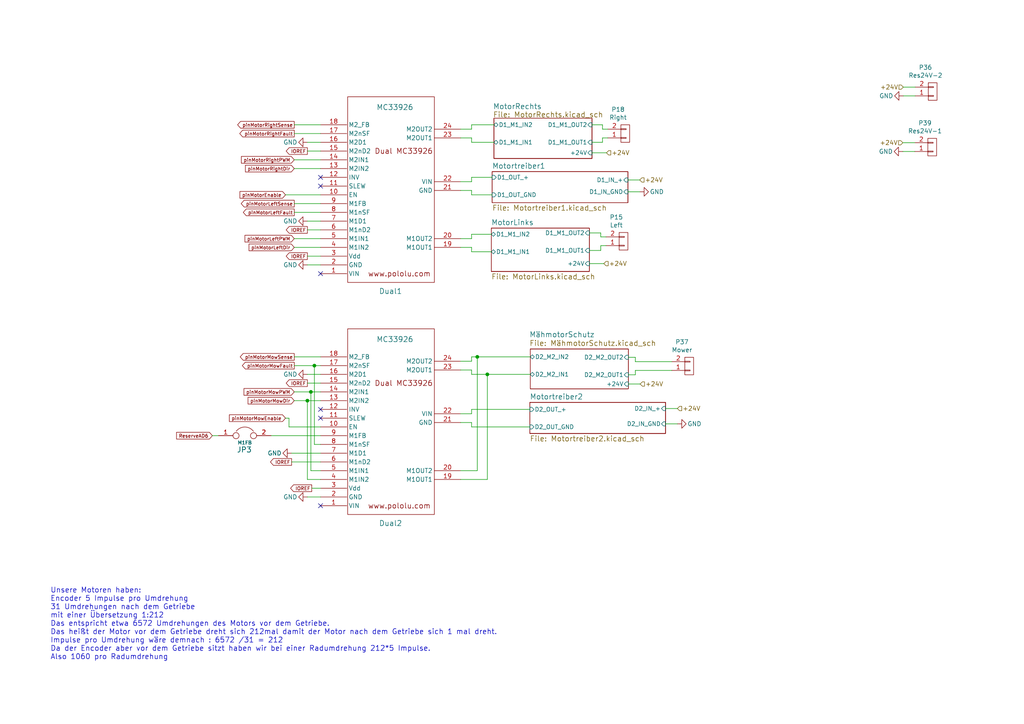
<source format=kicad_sch>
(kicad_sch (version 20220126) (generator eeschema)
  (paper "A4")
  (title_block (title "Ardumower shield SVN Version") (date "2021-01-18") (rev "1.4") (company "ML AG JL BS UZ") (comment 1 "Schaltplan und Layout UweZ"))
  (lib_symbols
    (symbol "ardumower-mega-shield-svn-rescue:CONN_01X02-RESCUE-ardumower_mega_shield_svn" (pin_names hide)
      (property "Reference" "J" (at 0 3.81 0))
      (property "Value" "CONN_01X02-RESCUE-ardumower_mega_shield_svn" (at 2.54 0 90))
      (symbol "CONN_01X02-RESCUE-ardumower_mega_shield_svn_0_1"
        (rectangle (start -1.27 -1.143) (end 0.254 -1.397))
        (rectangle (start -1.27 1.397) (end 0.254 1.143))
        (rectangle (start -1.27 2.54) (end 1.27 -2.54))
      )
      (symbol "CONN_01X02-RESCUE-ardumower_mega_shield_svn_1_1"
        (pin passive line (at -5.08 1.27 0) (length 3.81) (name "P1") (number "1"))
        (pin passive line (at -5.08 -1.27 0) (length 3.81) (name "P2") (number "2"))
      )
    )
    (symbol "ardumower-mega-shield-svn-rescue:GND-RESCUE-ardumower_mega_shield_svn" (power) (pin_names (offset 0))
      (property "Value" "GND-RESCUE-ardumower_mega_shield_svn" (at 0 -3.81 0))
      (symbol "GND-RESCUE-ardumower_mega_shield_svn_0_1"
        (polyline (pts (xy 0 0) (xy 0 -1.27) (xy 1.27 -1.27) (xy 0 -2.54) (xy -1.27 -1.27) (xy 0 -1.27)))
      )
      (symbol "GND-RESCUE-ardumower_mega_shield_svn_1_1"
        (pin power_in line (at 0 0 270) (length 0) hide (name "GND") (number "1"))
      )
    )
    (symbol "ardumower-mega-shield-svn-rescue:Jumper-RESCUE-ardumower_mega_shield_svn" (pin_names (offset 0.762) hide)
      (property "Reference" "JP" (at 0 3.81 0))
      (property "Value" "Jumper-RESCUE-ardumower_mega_shield_svn" (at 0 -2.032 0))
      (symbol "Jumper-RESCUE-ardumower_mega_shield_svn_0_1"
        (circle (center -2.54 0) (radius 0.889))
        (arc (start 2.5146 1.27) (mid 0.0127 2.5097) (end -2.4892 1.27))
        (circle (center 2.54 0) (radius 0.889))
        (pin passive line (at -7.62 0 0) (length 4.191) (name "1") (number "1"))
        (pin passive line (at 7.62 0 180) (length 4.191) (name "2") (number "2"))
      )
    )
    (symbol "ardumower-mega-shield-svn-rescue:MC33926-RESCUE-ardumower_mega_shield_svn"
      (property "Reference" "U" (at -1.27 -24.13 0))
      (property "Value" "MC33926-RESCUE-ardumower_mega_shield_svn" (at -0.762 27.94 0))
      (symbol "MC33926-RESCUE-ardumower_mega_shield_svn_0_0"
        (text "Dual MC33926" (at 2.54 16.51 0) (effects (font (size 1.524 1.524))))
        (text "www.pololu.com" (at 1.27 -19.05 0) (effects (font (size 1.524 1.524))))
      )
      (symbol "MC33926-RESCUE-ardumower_mega_shield_svn_0_1"
        (rectangle (start -13.716 32.258) (end 11.43 -21.59))
      )
      (symbol "MC33926-RESCUE-ardumower_mega_shield_svn_1_1"
        (pin input line (at -21.59 -19.05 0) (length 7.62) (name "VIN") (number "1"))
        (pin input line (at -21.59 3.81 0) (length 7.62) (name "EN") (number "10"))
        (pin input line (at -21.59 6.35 0) (length 7.62) (name "SLEW") (number "11"))
        (pin input line (at -21.59 8.89 0) (length 7.62) (name "INV") (number "12"))
        (pin input line (at -21.59 11.43 0) (length 7.62) (name "M2IN2") (number "13"))
        (pin input line (at -21.59 13.97 0) (length 7.62) (name "M2IN1") (number "14"))
        (pin input line (at -21.59 16.51 0) (length 7.62) (name "M2nD2") (number "15"))
        (pin input line (at -21.59 19.05 0) (length 7.62) (name "M2D1") (number "16"))
        (pin input line (at -21.59 21.59 0) (length 7.62) (name "M2nSF") (number "17"))
        (pin input line (at -21.59 24.13 0) (length 7.62) (name "M2_FB") (number "18"))
        (pin input line (at 19.05 -11.43 180) (length 7.62) (name "M1OUT1") (number "19"))
        (pin input line (at -21.59 -16.51 0) (length 7.62) (name "GND") (number "2"))
        (pin input line (at 19.05 -8.89 180) (length 7.62) (name "M1OUT2") (number "20"))
        (pin input line (at 19.05 5.08 180) (length 7.62) (name "GND") (number "21"))
        (pin input line (at 19.05 7.62 180) (length 7.62) (name "VIN") (number "22"))
        (pin input line (at 19.05 20.32 180) (length 7.62) (name "M2OUT1") (number "23"))
        (pin input line (at 19.05 22.86 180) (length 7.62) (name "M2OUT2") (number "24"))
        (pin input line (at -21.59 -13.97 0) (length 7.62) (name "Vdd") (number "3"))
        (pin input line (at -21.59 -11.43 0) (length 7.62) (name "M1IN2") (number "4"))
        (pin input line (at -21.59 -8.89 0) (length 7.62) (name "M1IN1") (number "5"))
        (pin input line (at -21.59 -6.35 0) (length 7.62) (name "M1nD2") (number "6"))
        (pin input line (at -21.59 -3.81 0) (length 7.62) (name "M1D1") (number "7"))
        (pin input line (at -21.59 -1.27 0) (length 7.62) (name "M1nSF") (number "8"))
        (pin input line (at -21.59 1.27 0) (length 7.62) (name "M1FB") (number "9"))
      )
    )
  )
  (junction (at 90.17 113.665) (diameter 0.9144))
  (junction (at 138.43 103.505) (diameter 0.9144))
  (junction (at 89.154 116.205) (diameter 0.9144))
  (junction (at 91.186 106.045) (diameter 0.9144))
  (junction (at 141.351 108.585) (diameter 0.9144))
  (no_connect (at 92.964 79.375))
  (no_connect (at 92.964 51.435))
  (no_connect (at 92.964 53.975))
  (no_connect (at 92.964 121.285))
  (no_connect (at 92.964 146.685))
  (no_connect (at 92.964 118.745))
  (wire (pts (xy 136.779 103.505) (xy 138.43 103.505)))
  (wire (pts (xy 136.779 67.945) (xy 136.779 69.215)))
  (wire (pts (xy 83.82 123.825) (xy 92.964 123.825)))
  (wire (pts (xy 78.613 126.365) (xy 92.964 126.365)))
  (wire (pts (xy 136.779 73.025) (xy 136.779 71.755)))
  (wire (pts (xy 184.277 103.632) (xy 182.245 103.632)))
  (wire (pts (xy 92.964 133.985) (xy 84.582 133.985)))
  (wire (pts (xy 92.964 64.135) (xy 89.154 64.135)))
  (wire (pts (xy 174.752 36.195) (xy 174.752 37.465)))
  (wire (pts (xy 136.779 71.755) (xy 133.604 71.755)))
  (wire (pts (xy 174.752 40.005) (xy 176.276 40.005)))
  (wire (pts (xy 194.818 107.442) (xy 184.277 107.442)))
  (wire (pts (xy 136.779 108.585) (xy 141.351 108.585)))
  (wire (pts (xy 265.303 43.942) (xy 261.874 43.942)))
  (wire (pts (xy 141.351 108.585) (xy 153.797 108.585)))
  (wire (pts (xy 89.154 116.205) (xy 92.964 116.205)))
  (wire (pts (xy 136.779 37.465) (xy 133.604 37.465)))
  (wire (pts (xy 184.277 103.632) (xy 184.277 104.902)))
  (wire (pts (xy 193.04 122.936) (xy 196.469 122.936)))
  (wire (pts (xy 136.779 36.195) (xy 136.779 37.465)))
  (wire (pts (xy 174.244 72.644) (xy 170.942 72.644)))
  (wire (pts (xy 85.344 46.355) (xy 92.964 46.355)))
  (wire (pts (xy 85.344 103.505) (xy 92.964 103.505)))
  (wire (pts (xy 265.43 27.813) (xy 262.001 27.813)))
  (wire (pts (xy 85.344 113.665) (xy 90.17 113.665)))
  (wire (pts (xy 91.186 106.045) (xy 92.964 106.045)))
  (wire (pts (xy 136.779 36.195) (xy 143.256 36.195)))
  (wire (pts (xy 182.245 111.379) (xy 185.674 111.379)))
  (wire (pts (xy 133.604 136.525) (xy 138.43 136.525)))
  (wire (pts (xy 92.964 141.605) (xy 90.424 141.605)))
  (wire (pts (xy 85.344 69.215) (xy 92.964 69.215)))
  (wire (pts (xy 184.277 107.442) (xy 184.277 108.712)))
  (wire (pts (xy 138.43 136.525) (xy 138.43 103.505)))
  (wire (pts (xy 136.779 51.435) (xy 142.748 51.435)))
  (wire (pts (xy 136.779 69.215) (xy 133.604 69.215)))
  (wire (pts (xy 136.779 103.505) (xy 136.779 104.775)))
  (wire (pts (xy 174.752 41.275) (xy 171.704 41.275)))
  (wire (pts (xy 136.779 55.245) (xy 133.604 55.245)))
  (wire (pts (xy 184.277 108.712) (xy 182.245 108.712)))
  (wire (pts (xy 89.154 74.295) (xy 92.964 74.295)))
  (wire (pts (xy 90.17 113.665) (xy 92.964 113.665)))
  (wire (pts (xy 85.344 116.205) (xy 89.154 116.205)))
  (wire (pts (xy 175.133 76.454) (xy 170.942 76.454)))
  (wire (pts (xy 83.82 123.825) (xy 83.82 121.285)))
  (wire (pts (xy 83.82 121.285) (xy 82.804 121.285)))
  (wire (pts (xy 174.244 71.247) (xy 175.768 71.247)))
  (wire (pts (xy 89.154 108.585) (xy 92.964 108.585)))
  (wire (pts (xy 182.118 55.626) (xy 185.547 55.626)))
  (wire (pts (xy 89.154 116.205) (xy 89.154 139.065)))
  (wire (pts (xy 136.779 120.015) (xy 133.604 120.015)))
  (wire (pts (xy 174.244 72.644) (xy 174.244 71.247)))
  (wire (pts (xy 194.818 104.902) (xy 184.277 104.902)))
  (wire (pts (xy 136.779 107.315) (xy 133.604 107.315)))
  (wire (pts (xy 136.779 52.705) (xy 136.779 51.435)))
  (wire (pts (xy 174.244 67.564) (xy 170.942 67.564)))
  (wire (pts (xy 89.154 41.275) (xy 92.964 41.275)))
  (wire (pts (xy 136.779 108.585) (xy 136.779 107.315)))
  (wire (pts (xy 90.17 136.525) (xy 90.17 113.665)))
  (wire (pts (xy 85.344 48.895) (xy 92.964 48.895)))
  (wire (pts (xy 63.373 126.365) (xy 61.595 126.365)))
  (wire (pts (xy 174.752 41.275) (xy 174.752 40.005)))
  (wire (pts (xy 136.779 120.015) (xy 136.779 118.745)))
  (wire (pts (xy 92.964 128.905) (xy 91.186 128.905)))
  (wire (pts (xy 141.351 139.065) (xy 141.351 108.585)))
  (wire (pts (xy 84.582 131.445) (xy 92.964 131.445)))
  (wire (pts (xy 136.779 73.025) (xy 142.494 73.025)))
  (wire (pts (xy 89.154 139.065) (xy 92.964 139.065)))
  (wire (pts (xy 136.779 41.275) (xy 143.256 41.275)))
  (wire (pts (xy 85.344 61.595) (xy 92.964 61.595)))
  (wire (pts (xy 92.964 66.675) (xy 89.154 66.675)))
  (wire (pts (xy 85.344 71.755) (xy 92.964 71.755)))
  (wire (pts (xy 136.779 122.555) (xy 136.779 123.825)))
  (wire (pts (xy 85.344 38.735) (xy 92.964 38.735)))
  (wire (pts (xy 136.779 41.275) (xy 136.779 40.005)))
  (wire (pts (xy 138.43 103.505) (xy 153.797 103.505)))
  (wire (pts (xy 175.895 44.323) (xy 171.704 44.323)))
  (wire (pts (xy 182.118 52.197) (xy 185.547 52.197)))
  (wire (pts (xy 133.604 139.065) (xy 141.351 139.065)))
  (wire (pts (xy 136.779 52.705) (xy 133.604 52.705)))
  (wire (pts (xy 91.186 128.905) (xy 91.186 106.045)))
  (wire (pts (xy 174.244 67.564) (xy 174.244 68.707)))
  (wire (pts (xy 136.779 40.005) (xy 133.604 40.005)))
  (wire (pts (xy 92.964 136.525) (xy 90.17 136.525)))
  (wire (pts (xy 193.04 118.491) (xy 196.469 118.491)))
  (wire (pts (xy 89.154 76.835) (xy 92.964 76.835)))
  (wire (pts (xy 85.344 36.195) (xy 92.964 36.195)))
  (wire (pts (xy 136.779 55.245) (xy 136.779 56.515)))
  (wire (pts (xy 174.244 68.707) (xy 175.768 68.707)))
  (wire (pts (xy 89.154 43.815) (xy 92.964 43.815)))
  (wire (pts (xy 92.964 111.125) (xy 89.154 111.125)))
  (wire (pts (xy 85.344 106.045) (xy 91.186 106.045)))
  (wire (pts (xy 82.804 56.515) (xy 92.964 56.515)))
  (wire (pts (xy 136.779 104.775) (xy 133.604 104.775)))
  (wire (pts (xy 136.779 123.825) (xy 153.67 123.825)))
  (wire (pts (xy 89.154 144.145) (xy 92.964 144.145)))
  (wire (pts (xy 265.43 25.273) (xy 262.001 25.273)))
  (wire (pts (xy 136.779 56.515) (xy 142.748 56.515)))
  (wire (pts (xy 265.303 41.402) (xy 261.874 41.402)))
  (wire (pts (xy 174.752 37.465) (xy 176.276 37.465)))
  (wire (pts (xy 136.779 122.555) (xy 133.604 122.555)))
  (wire (pts (xy 136.779 67.945) (xy 142.494 67.945)))
  (wire (pts (xy 85.344 59.055) (xy 92.964 59.055)))
  (wire (pts (xy 174.752 36.195) (xy 171.704 36.195)))
  (wire (pts (xy 136.779 118.745) (xy 153.67 118.745)))
  (text "Unsere Motoren haben:\nEncoder 5 Impulse pro Umdrehung\n31 Umdrehungen nach dem Getriebe\nmit einer Übersetzung 1:212\nDas entspricht etwa 6572 Umdrehungen des Motors vor dem Getriebe.\nDas heißt der Motor vor dem Getriebe dreht sich 212mal damit der Motor nach dem Getriebe sich 1 mal dreht.\nImpulse pro Umdrehung wäre demnach : 6572 /31 = 212\nDa der Encoder aber vor dem Getriebe sitzt haben wir bei einer Radumdrehung 212*5 Impulse.\nAlso 1060 pro Radumdrehung" (at 14.605 191.516 0) (effects (font (size 1.5 1.5)) (justify left bottom)))
  (text "https://www.schukat.com/schukat/schukat_cms_de.nsf/index/CMSDF15D356B046D53BC1256D550038A9E0?OpenDocument&wg=V3672&refDoc=CMS12B13E45BB196811C1257A6A002C97CA\n\nhttps://www.infineon.com/cms/packages/SMD_-_Surface_Mounted_Devices/P-PG-TO252/P-PG-TO252-03-023.html?__locale=de_AT" (at 2.54 232.537 0) (effects (font (size 1.524 1.524)) (justify left bottom)))
  (global_label "pinMotorMowPWM" (shape input) (at 85.344 113.665 180) (effects (font (size 0.9906 0.9906))) (property "Intersheet References" "${INTERSHEET_REFS}" (effects hide)))
  (global_label "pinMotorMowFault" (shape output) (at 85.344 106.045 180) (effects (font (size 0.9906 0.9906))) (property "Intersheet References" "${INTERSHEET_REFS}" (effects hide)))
  (global_label "IOREF" (shape output) (at 89.154 43.815 180) (effects (font (size 0.9906 0.9906))) (property "Intersheet References" "${INTERSHEET_REFS}" (effects hide)))
  (global_label "IOREF" (shape output) (at 84.582 133.985 180) (effects (font (size 0.9906 0.9906))) (property "Intersheet References" "${INTERSHEET_REFS}" (effects hide)))
  (global_label "pinMotorLeftFault" (shape output) (at 85.344 61.595 180) (effects (font (size 0.9906 0.9906))) (property "Intersheet References" "${INTERSHEET_REFS}" (effects hide)))
  (global_label "pinMotorRightDir" (shape input) (at 85.344 48.895 180) (effects (font (size 0.9906 0.9906))) (property "Intersheet References" "${INTERSHEET_REFS}" (effects hide)))
  (global_label "IOREF" (shape output) (at 89.154 66.675 180) (effects (font (size 0.9906 0.9906))) (property "Intersheet References" "${INTERSHEET_REFS}" (effects hide)))
  (global_label "pinMotorMowSense" (shape output) (at 85.344 103.505 180) (effects (font (size 0.9906 0.9906))) (property "Intersheet References" "${INTERSHEET_REFS}" (effects hide)))
  (global_label "pinMotorLeftSense" (shape output) (at 85.344 59.055 180) (effects (font (size 0.9906 0.9906))) (property "Intersheet References" "${INTERSHEET_REFS}" (effects hide)))
  (global_label "pinMotorMowDir" (shape input) (at 85.344 116.205 180) (effects (font (size 0.9906 0.9906))) (property "Intersheet References" "${INTERSHEET_REFS}" (effects hide)))
  (global_label "ReserveAD6" (shape input) (at 61.595 126.365 180) (effects (font (size 0.9906 0.9906))) (property "Intersheet References" "${INTERSHEET_REFS}" (effects hide)))
  (global_label "pinMotorRightPWM" (shape input) (at 85.344 46.355 180) (effects (font (size 0.9906 0.9906))) (property "Intersheet References" "${INTERSHEET_REFS}" (effects hide)))
  (global_label "IOREF" (shape output) (at 89.154 74.295 180) (effects (font (size 0.9906 0.9906))) (property "Intersheet References" "${INTERSHEET_REFS}" (effects hide)))
  (global_label "IOREF" (shape output) (at 89.154 111.125 180) (effects (font (size 0.9906 0.9906))) (property "Intersheet References" "${INTERSHEET_REFS}" (effects hide)))
  (global_label "pinMotorLeftPWM" (shape input) (at 85.344 69.215 180) (effects (font (size 0.9906 0.9906))) (property "Intersheet References" "${INTERSHEET_REFS}" (effects hide)))
  (global_label "pinMotorMowEnable" (shape input) (at 82.804 121.285 180) (effects (font (size 0.9906 0.9906))) (property "Intersheet References" "${INTERSHEET_REFS}" (effects hide)))
  (global_label "IOREF" (shape output) (at 90.424 141.605 180) (effects (font (size 0.9906 0.9906))) (property "Intersheet References" "${INTERSHEET_REFS}" (effects hide)))
  (global_label "pinMotorLeftDir" (shape input) (at 85.344 71.755 180) (effects (font (size 0.9906 0.9906))) (property "Intersheet References" "${INTERSHEET_REFS}" (effects hide)))
  (global_label "pinMotorRightFault" (shape output) (at 85.344 38.735 180) (effects (font (size 0.9906 0.9906))) (property "Intersheet References" "${INTERSHEET_REFS}" (effects hide)))
  (global_label "pinMotorRightSense" (shape output) (at 85.344 36.195 180) (effects (font (size 0.9906 0.9906))) (property "Intersheet References" "${INTERSHEET_REFS}" (effects hide)))
  (global_label "pinMotorEnable" (shape input) (at 82.804 56.515 180) (effects (font (size 0.9906 0.9906))) (property "Intersheet References" "${INTERSHEET_REFS}" (effects hide)))
  (hierarchical_label "+24V" (shape input) (at 196.469 118.491 0))
  (hierarchical_label "+24V" (shape input) (at 175.895 44.323 0))
  (hierarchical_label "+24V" (shape input) (at 262.001 25.273 180))
  (hierarchical_label "+24V" (shape input) (at 185.674 111.379 0))
  (hierarchical_label "+24V" (shape input) (at 185.547 52.197 0))
  (hierarchical_label "+24V" (shape input) (at 175.133 76.454 0))
  (hierarchical_label "+24V" (shape input) (at 261.874 41.402 180))
  (symbol (lib_id "ardumower-mega-shield-svn-rescue:MC33926-RESCUE-ardumower_mega_shield_svn") (at 114.554 60.325 0) (unit 1)
    (property "Reference" "Dual1" (at 113.284 84.455 0) (effects (font (size 1.524 1.524))))
    (property "Value" "MC33926" (at 114.554 31.115 0) (effects (font (size 1.524 1.524))))
    (property "Footprint" "Zimprich:MC_33926_31polig_mit_Bohrloch_neue_Masse_mit_zweite_Lochreihe" (effects hide))
    (property "Bestelllink" "Value" (effects hide))
    (property "Bestücken (Assemble)" "NEIN (NO)" (effects hide))
  )
  (symbol (lib_id "ardumower-mega-shield-svn-rescue:MC33926-RESCUE-ardumower_mega_shield_svn") (at 114.554 127.635 0) (unit 1)
    (property "Reference" "Dual2" (at 113.284 151.765 0) (effects (font (size 1.524 1.524))))
    (property "Value" "MC33926" (at 114.554 98.425 0) (effects (font (size 1.524 1.524))))
    (property "Footprint" "Zimprich:MC_33926_31polig_mit_Bohrloch_neue_Masse_mit_zweite_Lochreihe" (effects hide))
    (property "Bestelllink" "Value" (effects hide))
    (property "Bestücken (Assemble)" "NEIN (NO)" (effects hide))
  )
  (symbol (lib_id "ardumower-mega-shield-svn-rescue:Jumper-RESCUE-ardumower_mega_shield_svn") (at 70.993 126.365 0) (unit 1)
    (property "Reference" "JP3" (at 70.866 130.429 0) (effects (font (size 1.524 1.524))))
    (property "Value" "M1FB" (at 70.993 128.397 0) (effects (font (size 1.016 1.016))))
    (property "Footprint" "Zimprich:SJ" (effects hide))
    (property "Bestücken (Assemble)" "NEIN (NO)" (effects hide))
  )
  (symbol (lib_id "ardumower-mega-shield-svn-rescue:GND-RESCUE-ardumower_mega_shield_svn") (at 196.469 122.936 90) (unit 1)
    (property "Reference" "#PWR020" (effects hide))
    (property "Value" "GND" (at 201.422 122.936 90))
  )
  (symbol (lib_id "ardumower-mega-shield-svn-rescue:GND-RESCUE-ardumower_mega_shield_svn") (at 261.874 43.942 270) (mirror x) (unit 1)
    (property "Reference" "#PWR021" (effects hide))
    (property "Value" "GND" (at 256.921 43.942 90))
  )
  (symbol (lib_id "ardumower-mega-shield-svn-rescue:GND-RESCUE-ardumower_mega_shield_svn") (at 262.001 27.813 270) (mirror x) (unit 1)
    (property "Reference" "#PWR022" (effects hide))
    (property "Value" "GND" (at 257.048 27.813 90))
  )
  (symbol (lib_id "ardumower-mega-shield-svn-rescue:GND-RESCUE-ardumower_mega_shield_svn") (at 185.547 55.626 90) (unit 1)
    (property "Reference" "#PWR013" (effects hide))
    (property "Value" "GND" (at 190.5 55.626 90))
  )
  (symbol (lib_id "ardumower-mega-shield-svn-rescue:GND-RESCUE-ardumower_mega_shield_svn") (at 89.154 76.835 270) (mirror x) (unit 1)
    (property "Reference" "#PWR014" (effects hide))
    (property "Value" "GND" (at 84.201 76.835 90))
  )
  (symbol (lib_id "ardumower-mega-shield-svn-rescue:GND-RESCUE-ardumower_mega_shield_svn") (at 89.154 64.135 270) (mirror x) (unit 1)
    (property "Reference" "#PWR015" (effects hide))
    (property "Value" "GND" (at 84.201 64.135 90))
  )
  (symbol (lib_id "ardumower-mega-shield-svn-rescue:GND-RESCUE-ardumower_mega_shield_svn") (at 89.154 41.275 270) (mirror x) (unit 1)
    (property "Reference" "#PWR016" (effects hide))
    (property "Value" "GND" (at 84.201 41.275 90))
  )
  (symbol (lib_id "ardumower-mega-shield-svn-rescue:GND-RESCUE-ardumower_mega_shield_svn") (at 89.154 108.585 270) (mirror x) (unit 1)
    (property "Reference" "#PWR017" (effects hide))
    (property "Value" "GND" (at 84.201 108.585 90))
  )
  (symbol (lib_id "ardumower-mega-shield-svn-rescue:GND-RESCUE-ardumower_mega_shield_svn") (at 84.582 131.445 270) (mirror x) (unit 1)
    (property "Reference" "#PWR018" (effects hide))
    (property "Value" "GND" (at 79.629 131.445 90))
  )
  (symbol (lib_id "ardumower-mega-shield-svn-rescue:GND-RESCUE-ardumower_mega_shield_svn") (at 89.154 144.145 270) (mirror x) (unit 1)
    (property "Reference" "#PWR019" (effects hide))
    (property "Value" "GND" (at 84.201 144.145 90))
  )
  (symbol (lib_id "ardumower-mega-shield-svn-rescue:CONN_01X02-RESCUE-ardumower_mega_shield_svn") (at 270.383 42.672 0) (mirror x) (unit 1)
    (property "Reference" "P39" (at 268.3002 35.687 0))
    (property "Value" "Res24V-1" (at 268.3002 37.9984 0))
    (property "Footprint" "Terminal_Blocks:TerminalBlock_Pheonix_MKDS1.5-2pol" (effects hide))
    (property "Bestellnummer" "Value" (effects hide))
    (property "Bestücken (Assemble)" "NEIN (NO)" (effects hide))
  )
  (symbol (lib_id "ardumower-mega-shield-svn-rescue:CONN_01X02-RESCUE-ardumower_mega_shield_svn") (at 270.51 26.543 0) (mirror x) (unit 1)
    (property "Reference" "P36" (at 268.4272 19.558 0))
    (property "Value" "Res24V-2" (at 268.4272 21.8694 0))
    (property "Footprint" "Terminal_Blocks:TerminalBlock_Pheonix_MKDS1.5-2pol" (effects hide))
    (property "Bestellnummer" "Value" (effects hide))
    (property "Bestücken (Assemble)" "NEIN (NO)" (effects hide))
  )
  (symbol (lib_id "ardumower-mega-shield-svn-rescue:CONN_01X02-RESCUE-ardumower_mega_shield_svn") (at 199.898 106.172 0) (mirror x) (unit 1)
    (property "Reference" "P37" (at 197.8152 99.187 0))
    (property "Value" "Mower" (at 197.8152 101.4984 0))
    (property "Footprint" "Zimprich:Anschlussklemme_RM5,08-RM7,62" (effects hide))
    (property "Bestellnummer" "Value" (effects hide))
    (property "Bestücken (Assemble)" "NEIN (NO)" (effects hide))
  )
  (symbol (lib_id "ardumower-mega-shield-svn-rescue:CONN_01X02-RESCUE-ardumower_mega_shield_svn") (at 180.848 69.977 0) (mirror x) (unit 1)
    (property "Reference" "P15" (at 178.7652 62.992 0))
    (property "Value" "Left" (at 178.7652 65.3034 0))
    (property "Footprint" "Terminal_Blocks:TerminalBlock_Pheonix_MKDS1.5-2pol" (effects hide))
    (property "Bestellnummer" "Value" (effects hide))
    (property "Bestücken (Assemble)" "NEIN (NO)" (effects hide))
  )
  (symbol (lib_id "ardumower-mega-shield-svn-rescue:CONN_01X02-RESCUE-ardumower_mega_shield_svn") (at 181.356 38.735 0) (mirror x) (unit 1)
    (property "Reference" "P18" (at 179.2732 31.75 0))
    (property "Value" "Right" (at 179.2732 34.0614 0))
    (property "Footprint" "Terminal_Blocks:TerminalBlock_Pheonix_MKDS1.5-2pol" (effects hide))
    (property "Bestellnummer" "Value" (effects hide))
    (property "Hersteller" "Value" (effects hide))
    (property "Hersteller Bestellnummer" "Value" (effects hide))
    (property "Bestücken (Assemble)" "NEIN (NO)" (effects hide))
  )
  (sheet (at 153.797 101.219) (size 28.448 11.557)
    (property "Sheetname" "MähmotorSchutz" (at 153.543 97.9165 0) (effects (font (size 1.524 1.524)) (justify left bottom)))
    (property "Sheetfile" "MähmotorSchutz.kicad_sch" (at 153.543 98.6541 0) (effects (font (size 1.524 1.524)) (justify left top)))
    (pin "D2_M2_IN1" bidirectional (at 153.797 108.585 180) (effects (font (size 1.2 1.2))))
    (pin "D2_M2_IN2" bidirectional (at 153.797 103.505 180) (effects (font (size 1.2 1.2))))
    (pin "D2_M2_OUT1" input (at 182.245 108.712 0) (effects (font (size 1.2 1.2))))
    (pin "D2_M2_OUT2" input (at 182.245 103.632 0) (effects (font (size 1.2 1.2))))
    (pin "+24V" input (at 182.245 111.379 0) (effects (font (size 1.2 1.2))))
  )
  (sheet (at 142.494 66.167) (size 28.448 12.573)
    (property "Sheetname" "MotorLinks" (at 142.494 65.4045 0) (effects (font (size 1.524 1.524)) (justify left bottom)))
    (property "Sheetfile" "MotorLinks.kicad_sch" (at 142.494 79.3501 0) (effects (font (size 1.524 1.524)) (justify left top)))
    (pin "D1_M1_IN1" bidirectional (at 142.494 73.025 180) (effects (font (size 1.2 1.2))))
    (pin "D1_M1_IN2" bidirectional (at 142.494 67.945 180) (effects (font (size 1.2 1.2))))
    (pin "D1_M1_OUT1" input (at 170.942 72.644 0) (effects (font (size 1.2 1.2))))
    (pin "D1_M1_OUT2" input (at 170.942 67.564 0) (effects (font (size 1.2 1.2))))
    (pin "+24V" input (at 170.942 76.454 0) (effects (font (size 1.2 1.2))))
  )
  (sheet (at 143.256 34.29) (size 28.448 11.684)
    (property "Sheetname" "MotorRechts" (at 143.002 31.7495 0) (effects (font (size 1.524 1.524)) (justify left bottom)))
    (property "Sheetfile" "MotorRechts.kicad_sch" (at 143.002 32.3601 0) (effects (font (size 1.524 1.524)) (justify left top)))
    (pin "D1_M1_IN1" bidirectional (at 143.256 41.275 180) (effects (font (size 1.2 1.2))))
    (pin "D1_M1_IN2" bidirectional (at 143.256 36.195 180) (effects (font (size 1.2 1.2))))
    (pin "D1_M1_OUT1" input (at 171.704 41.275 0) (effects (font (size 1.2 1.2))))
    (pin "D1_M1_OUT2" input (at 171.704 36.195 0) (effects (font (size 1.2 1.2))))
    (pin "+24V" input (at 171.704 44.323 0) (effects (font (size 1.2 1.2))))
  )
  (sheet (at 142.748 49.784) (size 39.37 9.017)
    (property "Sheetname" "Motortreiber1" (at 142.748 49.0215 0) (effects (font (size 1.524 1.524)) (justify left bottom)))
    (property "Sheetfile" "Motortreiber1.kicad_sch" (at 142.748 59.4111 0) (effects (font (size 1.524 1.524)) (justify left top)))
    (pin "D1_IN_+" input (at 182.118 52.197 0) (effects (font (size 1.2 1.2))))
    (pin "D1_IN_GND" input (at 182.118 55.626 0) (effects (font (size 1.2 1.2))))
    (pin "D1_OUT_+" input (at 142.748 51.435 180) (effects (font (size 1.2 1.2))))
    (pin "D1_OUT_GND" input (at 142.748 56.515 180) (effects (font (size 1.2 1.2))))
  )
  (sheet (at 153.67 116.713) (size 39.37 9.017)
    (property "Sheetname" "Motortreiber2" (at 153.67 115.9505 0) (effects (font (size 1.524 1.524)) (justify left bottom)))
    (property "Sheetfile" "Motortreiber2.kicad_sch" (at 153.67 126.3401 0) (effects (font (size 1.524 1.524)) (justify left top)))
    (pin "D2_IN_+" input (at 193.04 118.491 0) (effects (font (size 1.2 1.2))))
    (pin "D2_IN_GND" input (at 193.04 122.936 0) (effects (font (size 1.2 1.2))))
    (pin "D2_OUT_+" input (at 153.67 118.745 180) (effects (font (size 1.2 1.2))))
    (pin "D2_OUT_GND" input (at 153.67 123.825 180) (effects (font (size 1.2 1.2))))
  )
)
</source>
